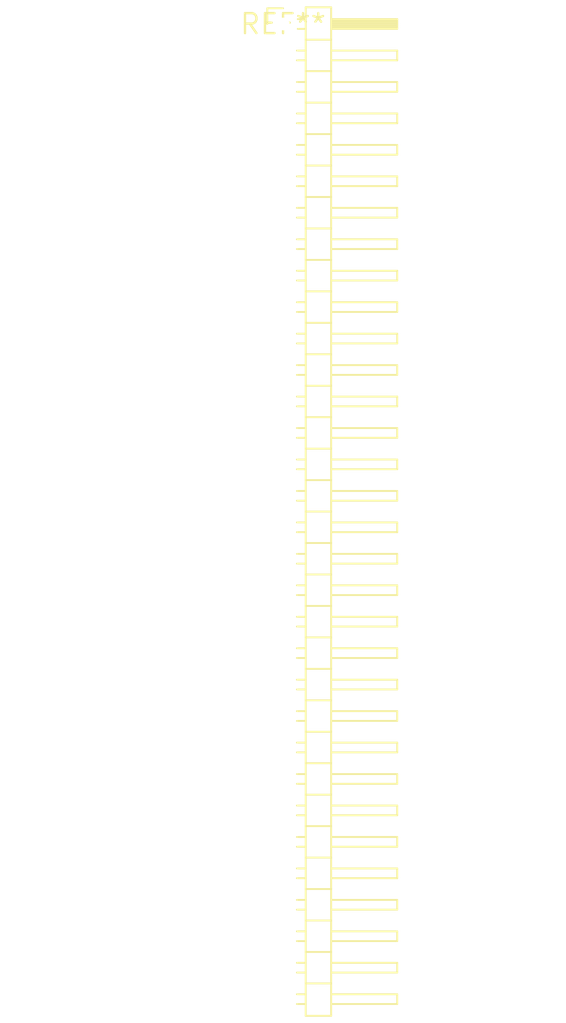
<source format=kicad_pcb>
(kicad_pcb (version 20240108) (generator pcbnew)
  (layers (0 "F.Cu" signal) (31 "B.Cu" signal) (34 "B.Paste" user) (35 "F.Paste" user) (36 "B.SilkS" user "B.Silkscreen") (37 "F.SilkS" user "F.Silkscreen") (38 "B.Mask" user) (39 "F.Mask" user) (44 "Edge.Cuts" user))
  (net 0 "")
  (footprint "PinHeader_1x32_P2.00mm_Horizontal" (layer "F.Cu") (at 0 0)
    (property "Reference" "REF**")
    (property "Value" "PinHeader_1x32_P2.00mm_Horizontal")
    (fp_line (start -1 -1) (end 0 -1) (layer "F.SilkS") (stroke (width 0.12)))
    (fp_line (start -1 0) (end -1 -1) (layer "F.SilkS") (stroke (width 0.12)))
    (fp_line (start 0.882114 1.69) (end 1.44 1.69) (layer "F.SilkS") (stroke (width 0.12)))
    (fp_line (start 0.882114 2.31) (end 1.44 2.31) (layer "F.SilkS") (stroke (width 0.12)))
    (fp_line (start 0.882114 3.69) (end 1.44 3.69) (layer "F.SilkS") (stroke (width 0.12)))
    (fp_line (start 0.882114 4.31) (end 1.44 4.31) (layer "F.SilkS") (stroke (width 0.12)))
    (fp_line (start 0.882114 5.69) (end 1.44 5.69) (layer "F.SilkS") (stroke (width 0.12)))
    (fp_line (start 0.882114 6.31) (end 1.44 6.31) (layer "F.SilkS") (stroke (width 0.12)))
    (fp_line (start 0.882114 7.69) (end 1.44 7.69) (layer "F.SilkS") (stroke (width 0.12)))
    (fp_line (start 0.882114 8.31) (end 1.44 8.31) (layer "F.SilkS") (stroke (width 0.12)))
    (fp_line (start 0.882114 9.69) (end 1.44 9.69) (layer "F.SilkS") (stroke (width 0.12)))
    (fp_line (start 0.882114 10.31) (end 1.44 10.31) (layer "F.SilkS") (stroke (width 0.12)))
    (fp_line (start 0.882114 11.69) (end 1.44 11.69) (layer "F.SilkS") (stroke (width 0.12)))
    (fp_line (start 0.882114 12.31) (end 1.44 12.31) (layer "F.SilkS") (stroke (width 0.12)))
    (fp_line (start 0.882114 13.69) (end 1.44 13.69) (layer "F.SilkS") (stroke (width 0.12)))
    (fp_line (start 0.882114 14.31) (end 1.44 14.31) (layer "F.SilkS") (stroke (width 0.12)))
    (fp_line (start 0.882114 15.69) (end 1.44 15.69) (layer "F.SilkS") (stroke (width 0.12)))
    (fp_line (start 0.882114 16.31) (end 1.44 16.31) (layer "F.SilkS") (stroke (width 0.12)))
    (fp_line (start 0.882114 17.69) (end 1.44 17.69) (layer "F.SilkS") (stroke (width 0.12)))
    (fp_line (start 0.882114 18.31) (end 1.44 18.31) (layer "F.SilkS") (stroke (width 0.12)))
    (fp_line (start 0.882114 19.69) (end 1.44 19.69) (layer "F.SilkS") (stroke (width 0.12)))
    (fp_line (start 0.882114 20.31) (end 1.44 20.31) (layer "F.SilkS") (stroke (width 0.12)))
    (fp_line (start 0.882114 21.69) (end 1.44 21.69) (layer "F.SilkS") (stroke (width 0.12)))
    (fp_line (start 0.882114 22.31) (end 1.44 22.31) (layer "F.SilkS") (stroke (width 0.12)))
    (fp_line (start 0.882114 23.69) (end 1.44 23.69) (layer "F.SilkS") (stroke (width 0.12)))
    (fp_line (start 0.882114 24.31) (end 1.44 24.31) (layer "F.SilkS") (stroke (width 0.12)))
    (fp_line (start 0.882114 25.69) (end 1.44 25.69) (layer "F.SilkS") (stroke (width 0.12)))
    (fp_line (start 0.882114 26.31) (end 1.44 26.31) (layer "F.SilkS") (stroke (width 0.12)))
    (fp_line (start 0.882114 27.69) (end 1.44 27.69) (layer "F.SilkS") (stroke (width 0.12)))
    (fp_line (start 0.882114 28.31) (end 1.44 28.31) (layer "F.SilkS") (stroke (width 0.12)))
    (fp_line (start 0.882114 29.69) (end 1.44 29.69) (layer "F.SilkS") (stroke (width 0.12)))
    (fp_line (start 0.882114 30.31) (end 1.44 30.31) (layer "F.SilkS") (stroke (width 0.12)))
    (fp_line (start 0.882114 31.69) (end 1.44 31.69) (layer "F.SilkS") (stroke (width 0.12)))
    (fp_line (start 0.882114 32.31) (end 1.44 32.31) (layer "F.SilkS") (stroke (width 0.12)))
    (fp_line (start 0.882114 33.69) (end 1.44 33.69) (layer "F.SilkS") (stroke (width 0.12)))
    (fp_line (start 0.882114 34.31) (end 1.44 34.31) (layer "F.SilkS") (stroke (width 0.12)))
    (fp_line (start 0.882114 35.69) (end 1.44 35.69) (layer "F.SilkS") (stroke (width 0.12)))
    (fp_line (start 0.882114 36.31) (end 1.44 36.31) (layer "F.SilkS") (stroke (width 0.12)))
    (fp_line (start 0.882114 37.69) (end 1.44 37.69) (layer "F.SilkS") (stroke (width 0.12)))
    (fp_line (start 0.882114 38.31) (end 1.44 38.31) (layer "F.SilkS") (stroke (width 0.12)))
    (fp_line (start 0.882114 39.69) (end 1.44 39.69) (layer "F.SilkS") (stroke (width 0.12)))
    (fp_line (start 0.882114 40.31) (end 1.44 40.31) (layer "F.SilkS") (stroke (width 0.12)))
    (fp_line (start 0.882114 41.69) (end 1.44 41.69) (layer "F.SilkS") (stroke (width 0.12)))
    (fp_line (start 0.882114 42.31) (end 1.44 42.31) (layer "F.SilkS") (stroke (width 0.12)))
    (fp_line (start 0.882114 43.69) (end 1.44 43.69) (layer "F.SilkS") (stroke (width 0.12)))
    (fp_line (start 0.882114 44.31) (end 1.44 44.31) (layer "F.SilkS") (stroke (width 0.12)))
    (fp_line (start 0.882114 45.69) (end 1.44 45.69) (layer "F.SilkS") (stroke (width 0.12)))
    (fp_line (start 0.882114 46.31) (end 1.44 46.31) (layer "F.SilkS") (stroke (width 0.12)))
    (fp_line (start 0.882114 47.69) (end 1.44 47.69) (layer "F.SilkS") (stroke (width 0.12)))
    (fp_line (start 0.882114 48.31) (end 1.44 48.31) (layer "F.SilkS") (stroke (width 0.12)))
    (fp_line (start 0.882114 49.69) (end 1.44 49.69) (layer "F.SilkS") (stroke (width 0.12)))
    (fp_line (start 0.882114 50.31) (end 1.44 50.31) (layer "F.SilkS") (stroke (width 0.12)))
    (fp_line (start 0.882114 51.69) (end 1.44 51.69) (layer "F.SilkS") (stroke (width 0.12)))
    (fp_line (start 0.882114 52.31) (end 1.44 52.31) (layer "F.SilkS") (stroke (width 0.12)))
    (fp_line (start 0.882114 53.69) (end 1.44 53.69) (layer "F.SilkS") (stroke (width 0.12)))
    (fp_line (start 0.882114 54.31) (end 1.44 54.31) (layer "F.SilkS") (stroke (width 0.12)))
    (fp_line (start 0.882114 55.69) (end 1.44 55.69) (layer "F.SilkS") (stroke (width 0.12)))
    (fp_line (start 0.882114 56.31) (end 1.44 56.31) (layer "F.SilkS") (stroke (width 0.12)))
    (fp_line (start 0.882114 57.69) (end 1.44 57.69) (layer "F.SilkS") (stroke (width 0.12)))
    (fp_line (start 0.882114 58.31) (end 1.44 58.31) (layer "F.SilkS") (stroke (width 0.12)))
    (fp_line (start 0.882114 59.69) (end 1.44 59.69) (layer "F.SilkS") (stroke (width 0.12)))
    (fp_line (start 0.882114 60.31) (end 1.44 60.31) (layer "F.SilkS") (stroke (width 0.12)))
    (fp_line (start 0.882114 61.69) (end 1.44 61.69) (layer "F.SilkS") (stroke (width 0.12)))
    (fp_line (start 0.882114 62.31) (end 1.44 62.31) (layer "F.SilkS") (stroke (width 0.12)))
    (fp_line (start 0.935 -0.31) (end 1.44 -0.31) (layer "F.SilkS") (stroke (width 0.12)))
    (fp_line (start 0.935 0.31) (end 1.44 0.31) (layer "F.SilkS") (stroke (width 0.12)))
    (fp_line (start 1.44 -1.06) (end 1.44 63.06) (layer "F.SilkS") (stroke (width 0.12)))
    (fp_line (start 1.44 1) (end 3.06 1) (layer "F.SilkS") (stroke (width 0.12)))
    (fp_line (start 1.44 3) (end 3.06 3) (layer "F.SilkS") (stroke (width 0.12)))
    (fp_line (start 1.44 5) (end 3.06 5) (layer "F.SilkS") (stroke (width 0.12)))
    (fp_line (start 1.44 7) (end 3.06 7) (layer "F.SilkS") (stroke (width 0.12)))
    (fp_line (start 1.44 9) (end 3.06 9) (layer "F.SilkS") (stroke (width 0.12)))
    (fp_line (start 1.44 11) (end 3.06 11) (layer "F.SilkS") (stroke (width 0.12)))
    (fp_line (start 1.44 13) (end 3.06 13) (layer "F.SilkS") (stroke (width 0.12)))
    (fp_line (start 1.44 15) (end 3.06 15) (layer "F.SilkS") (stroke (width 0.12)))
    (fp_line (start 1.44 17) (end 3.06 17) (layer "F.SilkS") (stroke (width 0.12)))
    (fp_line (start 1.44 19) (end 3.06 19) (layer "F.SilkS") (stroke (width 0.12)))
    (fp_line (start 1.44 21) (end 3.06 21) (layer "F.SilkS") (stroke (width 0.12)))
    (fp_line (start 1.44 23) (end 3.06 23) (layer "F.SilkS") (stroke (width 0.12)))
    (fp_line (start 1.44 25) (end 3.06 25) (layer "F.SilkS") (stroke (width 0.12)))
    (fp_line (start 1.44 27) (end 3.06 27) (layer "F.SilkS") (stroke (width 0.12)))
    (fp_line (start 1.44 29) (end 3.06 29) (layer "F.SilkS") (stroke (width 0.12)))
    (fp_line (start 1.44 31) (end 3.06 31) (layer "F.SilkS") (stroke (width 0.12)))
    (fp_line (start 1.44 33) (end 3.06 33) (layer "F.SilkS") (stroke (width 0.12)))
    (fp_line (start 1.44 35) (end 3.06 35) (layer "F.SilkS") (stroke (width 0.12)))
    (fp_line (start 1.44 37) (end 3.06 37) (layer "F.SilkS") (stroke (width 0.12)))
    (fp_line (start 1.44 39) (end 3.06 39) (layer "F.SilkS") (stroke (width 0.12)))
    (fp_line (start 1.44 41) (end 3.06 41) (layer "F.SilkS") (stroke (width 0.12)))
    (fp_line (start 1.44 43) (end 3.06 43) (layer "F.SilkS") (stroke (width 0.12)))
    (fp_line (start 1.44 45) (end 3.06 45) (layer "F.SilkS") (stroke (width 0.12)))
    (fp_line (start 1.44 47) (end 3.06 47) (layer "F.SilkS") (stroke (width 0.12)))
    (fp_line (start 1.44 49) (end 3.06 49) (layer "F.SilkS") (stroke (width 0.12)))
    (fp_line (start 1.44 51) (end 3.06 51) (layer "F.SilkS") (stroke (width 0.12)))
    (fp_line (start 1.44 53) (end 3.06 53) (layer "F.SilkS") (stroke (width 0.12)))
    (fp_line (start 1.44 55) (end 3.06 55) (layer "F.SilkS") (stroke (width 0.12)))
    (fp_line (start 1.44 57) (end 3.06 57) (layer "F.SilkS") (stroke (width 0.12)))
    (fp_line (start 1.44 59) (end 3.06 59) (layer "F.SilkS") (stroke (width 0.12)))
    (fp_line (start 1.44 61) (end 3.06 61) (layer "F.SilkS") (stroke (width 0.12)))
    (fp_line (start 1.44 63.06) (end 3.06 63.06) (layer "F.SilkS") (stroke (width 0.12)))
    (fp_line (start 3.06 -1.06) (end 1.44 -1.06) (layer "F.SilkS") (stroke (width 0.12)))
    (fp_line (start 3.06 -0.31) (end 7.26 -0.31) (layer "F.SilkS") (stroke (width 0.12)))
    (fp_line (start 3.06 -0.25) (end 7.26 -0.25) (layer "F.SilkS") (stroke (width 0.12)))
    (fp_line (start 3.06 -0.13) (end 7.26 -0.13) (layer "F.SilkS") (stroke (width 0.12)))
    (fp_line (start 3.06 -0.01) (end 7.26 -0.01) (layer "F.SilkS") (stroke (width 0.12)))
    (fp_line (start 3.06 0.11) (end 7.26 0.11) (layer "F.SilkS") (stroke (width 0.12)))
    (fp_line (start 3.06 0.23) (end 7.26 0.23) (layer "F.SilkS") (stroke (width 0.12)))
    (fp_line (start 3.06 1.69) (end 7.26 1.69) (layer "F.SilkS") (stroke (width 0.12)))
    (fp_line (start 3.06 3.69) (end 7.26 3.69) (layer "F.SilkS") (stroke (width 0.12)))
    (fp_line (start 3.06 5.69) (end 7.26 5.69) (layer "F.SilkS") (stroke (width 0.12)))
    (fp_line (start 3.06 7.69) (end 7.26 7.69) (layer "F.SilkS") (stroke (width 0.12)))
    (fp_line (start 3.06 9.69) (end 7.26 9.69) (layer "F.SilkS") (stroke (width 0.12)))
    (fp_line (start 3.06 11.69) (end 7.26 11.69) (layer "F.SilkS") (stroke (width 0.12)))
    (fp_line (start 3.06 13.69) (end 7.26 13.69) (layer "F.SilkS") (stroke (width 0.12)))
    (fp_line (start 3.06 15.69) (end 7.26 15.69) (layer "F.SilkS") (stroke (width 0.12)))
    (fp_line (start 3.06 17.69) (end 7.26 17.69) (layer "F.SilkS") (stroke (width 0.12)))
    (fp_line (start 3.06 19.69) (end 7.26 19.69) (layer "F.SilkS") (stroke (width 0.12)))
    (fp_line (start 3.06 21.69) (end 7.26 21.69) (layer "F.SilkS") (stroke (width 0.12)))
    (fp_line (start 3.06 23.69) (end 7.26 23.69) (layer "F.SilkS") (stroke (width 0.12)))
    (fp_line (start 3.06 25.69) (end 7.26 25.69) (layer "F.SilkS") (stroke (width 0.12)))
    (fp_line (start 3.06 27.69) (end 7.26 27.69) (layer "F.SilkS") (stroke (width 0.12)))
    (fp_line (start 3.06 29.69) (end 7.26 29.69) (layer "F.SilkS") (stroke (width 0.12)))
    (fp_line (start 3.06 31.69) (end 7.26 31.69) (layer "F.SilkS") (stroke (width 0.12)))
    (fp_line (start 3.06 33.69) (end 7.26 33.69) (layer "F.SilkS") (stroke (width 0.12)))
    (fp_line (start 3.06 35.69) (end 7.26 35.69) (layer "F.SilkS") (stroke (width 0.12)))
    (fp_line (start 3.06 37.69) (end 7.26 37.69) (layer "F.SilkS") (stroke (width 0.12)))
    (fp_line (start 3.06 39.69) (end 7.26 39.69) (layer "F.SilkS") (stroke (width 0.12)))
    (fp_line (start 3.06 41.69) (end 7.26 41.69) (layer "F.SilkS") (stroke (width 0.12)))
    (fp_line (start 3.06 43.69) (end 7.26 43.69) (layer "F.SilkS") (stroke (width 0.12)))
    (fp_line (start 3.06 45.69) (end 7.26 45.69) (layer "F.SilkS") (stroke (width 0.12)))
    (fp_line (start 3.06 47.69) (end 7.26 47.69) (layer "F.SilkS") (stroke (width 0.12)))
    (fp_line (start 3.06 49.69) (end 7.26 49.69) (layer "F.SilkS") (stroke (width 0.12)))
    (fp_line (start 3.06 51.69) (end 7.26 51.69) (layer "F.SilkS") (stroke (width 0.12)))
    (fp_line (start 3.06 53.69) (end 7.26 53.69) (layer "F.SilkS") (stroke (width 0.12)))
    (fp_line (start 3.06 55.69) (end 7.26 55.69) (layer "F.SilkS") (stroke (width 0.12)))
    (fp_line (start 3.06 57.69) (end 7.26 57.69) (layer "F.SilkS") (stroke (width 0.12)))
    (fp_line (start 3.06 59.69) (end 7.26 59.69) (layer "F.SilkS") (stroke (width 0.12)))
    (fp_line (start 3.06 61.69) (end 7.26 61.69) (layer "F.SilkS") (stroke (width 0.12)))
    (fp_line (start 3.06 63.06) (end 3.06 -1.06) (layer "F.SilkS") (stroke (width 0.12)))
    (fp_line (start 7.26 -0.31) (end 7.26 0.31) (layer "F.SilkS") (stroke (width 0.12)))
    (fp_line (start 7.26 0.31) (end 3.06 0.31) (layer "F.SilkS") (stroke (width 0.12)))
    (fp_line (start 7.26 1.69) (end 7.26 2.31) (layer "F.SilkS") (stroke (width 0.12)))
    (fp_line (start 7.26 2.31) (end 3.06 2.31) (layer "F.SilkS") (stroke (width 0.12)))
    (fp_line (start 7.26 3.69) (end 7.26 4.31) (layer "F.SilkS") (stroke (width 0.12)))
    (fp_line (start 7.26 4.31) (end 3.06 4.31) (layer "F.SilkS") (stroke (width 0.12)))
    (fp_line (start 7.26 5.69) (end 7.26 6.31) (layer "F.SilkS") (stroke (width 0.12)))
    (fp_line (start 7.26 6.31) (end 3.06 6.31) (layer "F.SilkS") (stroke (width 0.12)))
    (fp_line (start 7.26 7.69) (end 7.26 8.31) (layer "F.SilkS") (stroke (width 0.12)))
    (fp_line (start 7.26 8.31) (end 3.06 8.31) (layer "F.SilkS") (stroke (width 0.12)))
    (fp_line (start 7.26 9.69) (end 7.26 10.31) (layer "F.SilkS") (stroke (width 0.12)))
    (fp_line (start 7.26 10.31) (end 3.06 10.31) (layer "F.SilkS") (stroke (width 0.12)))
    (fp_line (start 7.26 11.69) (end 7.26 12.31) (layer "F.SilkS") (stroke (width 0.12)))
    (fp_line (start 7.26 12.31) (end 3.06 12.31) (layer "F.SilkS") (stroke (width 0.12)))
    (fp_line (start 7.26 13.69) (end 7.26 14.31) (layer "F.SilkS") (stroke (width 0.12)))
    (fp_line (start 7.26 14.31) (end 3.06 14.31) (layer "F.SilkS") (stroke (width 0.12)))
    (fp_line (start 7.26 15.69) (end 7.26 16.31) (layer "F.SilkS") (stroke (width 0.12)))
    (fp_line (start 7.26 16.31) (end 3.06 16.31) (layer "F.SilkS") (stroke (width 0.12)))
    (fp_line (start 7.26 17.69) (end 7.26 18.31) (layer "F.SilkS") (stroke (width 0.12)))
    (fp_line (start 7.26 18.31) (end 3.06 18.31) (layer "F.SilkS") (stroke (width 0.12)))
    (fp_line (start 7.26 19.69) (end 7.26 20.31) (layer "F.SilkS") (stroke (width 0.12)))
    (fp_line (start 7.26 20.31) (end 3.06 20.31) (layer "F.SilkS") (stroke (width 0.12)))
    (fp_line (start 7.26 21.69) (end 7.26 22.31) (layer "F.SilkS") (stroke (width 0.12)))
    (fp_line (start 7.26 22.31) (end 3.06 22.31) (layer "F.SilkS") (stroke (width 0.12)))
    (fp_line (start 7.26 23.69) (end 7.26 24.31) (layer "F.SilkS") (stroke (width 0.12)))
    (fp_line (start 7.26 24.31) (end 3.06 24.31) (layer "F.SilkS") (stroke (width 0.12)))
    (fp_line (start 7.26 25.69) (end 7.26 26.31) (layer "F.SilkS") (stroke (width 0.12)))
    (fp_line (start 7.26 26.31) (end 3.06 26.31) (layer "F.SilkS") (stroke (width 0.12)))
    (fp_line (start 7.26 27.69) (end 7.26 28.31) (layer "F.SilkS") (stroke (width 0.12)))
    (fp_line (start 7.26 28.31) (end 3.06 28.31) (layer "F.SilkS") (stroke (width 0.12)))
    (fp_line (start 7.26 29.69) (end 7.26 30.31) (layer "F.SilkS") (stroke (width 0.12)))
    (fp_line (start 7.26 30.31) (end 3.06 30.31) (layer "F.SilkS") (stroke (width 0.12)))
    (fp_line (start 7.26 31.69) (end 7.26 32.31) (layer "F.SilkS") (stroke (width 0.12)))
    (fp_line (start 7.26 32.31) (end 3.06 32.31) (layer "F.SilkS") (stroke (width 0.12)))
    (fp_line (start 7.26 33.69) (end 7.26 34.31) (layer "F.SilkS") (stroke (width 0.12)))
    (fp_line (start 7.26 34.31) (end 3.06 34.31) (layer "F.SilkS") (stroke (width 0.12)))
    (fp_line (start 7.26 35.69) (end 7.26 36.31) (layer "F.SilkS") (stroke (width 0.12)))
    (fp_line (start 7.26 36.31) (end 3.06 36.31) (layer "F.SilkS") (stroke (width 0.12)))
    (fp_line (start 7.26 37.69) (end 7.26 38.31) (layer "F.SilkS") (stroke (width 0.12)))
    (fp_line (start 7.26 38.31) (end 3.06 38.31) (layer "F.SilkS") (stroke (width 0.12)))
    (fp_line (start 7.26 39.69) (end 7.26 40.31) (layer "F.SilkS") (stroke (width 0.12)))
    (fp_line (start 7.26 40.31) (end 3.06 40.31) (layer "F.SilkS") (stroke (width 0.12)))
    (fp_line (start 7.26 41.69) (end 7.26 42.31) (layer "F.SilkS") (stroke (width 0.12)))
    (fp_line (start 7.26 42.31) (end 3.06 42.31) (layer "F.SilkS") (stroke (width 0.12)))
    (fp_line (start 7.26 43.69) (end 7.26 44.31) (layer "F.SilkS") (stroke (width 0.12)))
    (fp_line (start 7.26 44.31) (end 3.06 44.31) (layer "F.SilkS") (stroke (width 0.12)))
    (fp_line (start 7.26 45.69) (end 7.26 46.31) (layer "F.SilkS") (stroke (width 0.12)))
    (fp_line (start 7.26 46.31) (end 3.06 46.31) (layer "F.SilkS") (stroke (width 0.12)))
    (fp_line (start 7.26 47.69) (end 7.26 48.31) (layer "F.SilkS") (stroke (width 0.12)))
    (fp_line (start 7.26 48.31) (end 3.06 48.31) (layer "F.SilkS") (stroke (width 0.12)))
    (fp_line (start 7.26 49.69) (end 7.26 50.31) (layer "F.SilkS") (stroke (width 0.12)))
    (fp_line (start 7.26 50.31) (end 3.06 50.31) (layer "F.SilkS") (stroke (width 0.12)))
    (fp_line (start 7.26 51.69) (end 7.26 52.31) (layer "F.SilkS") (stroke (width 0.12)))
    (fp_line (start 7.26 52.31) (end 3.06 52.31) (layer "F.SilkS") (stroke (width 0.12)))
    (fp_line (start 7.26 53.69) (end 7.26 54.31) (layer "F.SilkS") (stroke (width 0.12)))
    (fp_line (start 7.26 54.31) (end 3.06 54.31) (layer "F.SilkS") (stroke (width 0.12)))
    (fp_line (start 7.26 55.69) (end 7.26 56.31) (layer "F.SilkS") (stroke (width 0.12)))
    (fp_line (start 7.26 56.31) (end 3.06 56.31) (layer "F.SilkS") (stroke (width 0.12)))
    (fp_line (start 7.26 57.69) (end 7.26 58.31) (layer "F.SilkS") (stroke (width 0.12)))
    (fp_line (start 7.26 58.31) (end 3.06 58.31) (layer "F.SilkS") (stroke (width 0.12)))
    (fp_line (start 7.26 59.69) (end 7.26 60.31) (layer "F.SilkS") (stroke (width 0.12)))
    (fp_line (start 7.26 60.31) (end 3.06 60.31) (layer "F.SilkS") (stroke (width 0.12)))
    (fp_line (start 7.26 61.69) (end 7.26 62.31) (layer "F.SilkS") (stroke (width 0.12)))
    (fp_line (start 7.26 62.31) (end 3.06 62.31) (layer "F.SilkS") (stroke (width 0.12)))
    (pad "1" thru_hole rect (at 0 0) (size 1.35 1.35) (drill 0.8) (layers *.Cu *.Mask) (remove_unused_layers))
    (pad "2" thru_hole oval (at 0 2) (size 1.35 1.35) (drill 0.8) (layers *.Cu *.Mask) (remove_unused_layers))
    (pad "3" thru_hole oval (at 0 4) (size 1.35 1.35) (drill 0.8) (layers *.Cu *.Mask) (remove_unused_layers))
    (pad "4" thru_hole oval (at 0 6) (size 1.35 1.35) (drill 0.8) (layers *.Cu *.Mask) (remove_unused_layers))
    (pad "5" thru_hole oval (at 0 8) (size 1.35 1.35) (drill 0.8) (layers *.Cu *.Mask) (remove_unused_layers))
    (pad "6" thru_hole oval (at 0 10) (size 1.35 1.35) (drill 0.8) (layers *.Cu *.Mask) (remove_unused_layers))
    (pad "7" thru_hole oval (at 0 12) (size 1.35 1.35) (drill 0.8) (layers *.Cu *.Mask) (remove_unused_layers))
    (pad "8" thru_hole oval (at 0 14) (size 1.35 1.35) (drill 0.8) (layers *.Cu *.Mask) (remove_unused_layers))
    (pad "9" thru_hole oval (at 0 16) (size 1.35 1.35) (drill 0.8) (layers *.Cu *.Mask) (remove_unused_layers))
    (pad "10" thru_hole oval (at 0 18) (size 1.35 1.35) (drill 0.8) (layers *.Cu *.Mask) (remove_unused_layers))
    (pad "11" thru_hole oval (at 0 20) (size 1.35 1.35) (drill 0.8) (layers *.Cu *.Mask) (remove_unused_layers))
    (pad "12" thru_hole oval (at 0 22) (size 1.35 1.35) (drill 0.8) (layers *.Cu *.Mask) (remove_unused_layers))
    (pad "13" thru_hole oval (at 0 24) (size 1.35 1.35) (drill 0.8) (layers *.Cu *.Mask) (remove_unused_layers))
    (pad "14" thru_hole oval (at 0 26) (size 1.35 1.35) (drill 0.8) (layers *.Cu *.Mask) (remove_unused_layers))
    (pad "15" thru_hole oval (at 0 28) (size 1.35 1.35) (drill 0.8) (layers *.Cu *.Mask) (remove_unused_layers))
    (pad "16" thru_hole oval (at 0 30) (size 1.35 1.35) (drill 0.8) (layers *.Cu *.Mask) (remove_unused_layers))
    (pad "17" thru_hole oval (at 0 32) (size 1.35 1.35) (drill 0.8) (layers *.Cu *.Mask) (remove_unused_layers))
    (pad "18" thru_hole oval (at 0 34) (size 1.35 1.35) (drill 0.8) (layers *.Cu *.Mask) (remove_unused_layers))
    (pad "19" thru_hole oval (at 0 36) (size 1.35 1.35) (drill 0.8) (layers *.Cu *.Mask) (remove_unused_layers))
    (pad "20" thru_hole oval (at 0 38) (size 1.35 1.35) (drill 0.8) (layers *.Cu *.Mask) (remove_unused_layers))
    (pad "21" thru_hole oval (at 0 40) (size 1.35 1.35) (drill 0.8) (layers *.Cu *.Mask) (remove_unused_layers))
    (pad "22" thru_hole oval (at 0 42) (size 1.35 1.35) (drill 0.8) (layers *.Cu *.Mask) (remove_unused_layers))
    (pad "23" thru_hole oval (at 0 44) (size 1.35 1.35) (drill 0.8) (layers *.Cu *.Mask) (remove_unused_layers))
    (pad "24" thru_hole oval (at 0 46) (size 1.35 1.35) (drill 0.8) (layers *.Cu *.Mask) (remove_unused_layers))
    (pad "25" thru_hole oval (at 0 48) (size 1.35 1.35) (drill 0.8) (layers *.Cu *.Mask) (remove_unused_layers))
    (pad "26" thru_hole oval (at 0 50) (size 1.35 1.35) (drill 0.8) (layers *.Cu *.Mask) (remove_unused_layers))
    (pad "27" thru_hole oval (at 0 52) (size 1.35 1.35) (drill 0.8) (layers *.Cu *.Mask) (remove_unused_layers))
    (pad "28" thru_hole oval (at 0 54) (size 1.35 1.35) (drill 0.8) (layers *.Cu *.Mask) (remove_unused_layers))
    (pad "29" thru_hole oval (at 0 56) (size 1.35 1.35) (drill 0.8) (layers *.Cu *.Mask) (remove_unused_layers))
    (pad "30" thru_hole oval (at 0 58) (size 1.35 1.35) (drill 0.8) (layers *.Cu *.Mask) (remove_unused_layers))
    (pad "31" thru_hole oval (at 0 60) (size 1.35 1.35) (drill 0.8) (layers *.Cu *.Mask) (remove_unused_layers))
    (pad "32" thru_hole oval (at 0 62) (size 1.35 1.35) (drill 0.8) (layers *.Cu *.Mask) (remove_unused_layers))
  )
)
</source>
